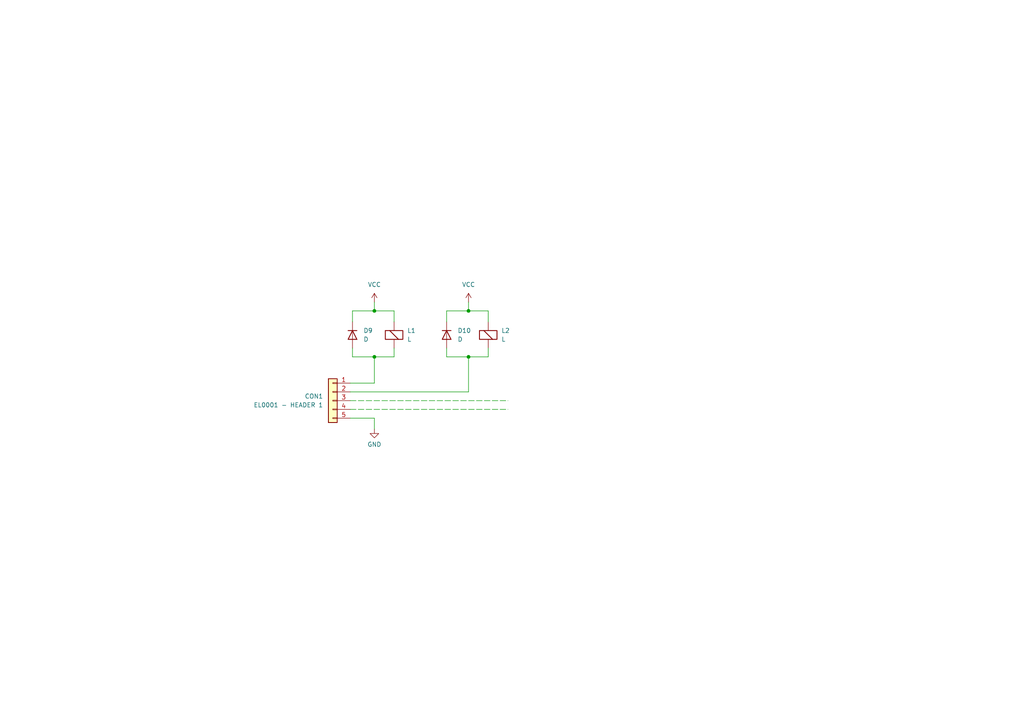
<source format=kicad_sch>
(kicad_sch (version 20231120) (generator "eeschema") (generator_version "8.0")
  (paper "A4")
  (lib_symbols
    (symbol "Connector_Generic:Conn_01x05" (pin_names (offset 1.016) hide)
      (property "Reference" "J" (at 0 7.62 0))
      (property "Value" "Conn_01x05" (at 0 -7.62 0))
      (symbol "Conn_01x05_1_1"
        (rectangle (start -1.27 -4.953) (end 0 -5.207) (stroke (width 0.1524)))
        (rectangle (start -1.27 -2.413) (end 0 -2.667) (stroke (width 0.1524)))
        (rectangle (start -1.27 0.127) (end 0 -0.127) (stroke (width 0.1524)))
        (rectangle (start -1.27 2.667) (end 0 2.413) (stroke (width 0.1524)))
        (rectangle (start -1.27 5.207) (end 0 4.953) (stroke (width 0.1524)))
        (rectangle (start -1.27 6.35) (end 1.27 -6.35) (stroke (width 0.254)) (fill (type background)))
        (pin passive line (at -5.08 5.08 0) (length 3.81) (name "Pin_1") (number "1"))
        (pin passive line (at -5.08 2.54 0) (length 3.81) (name "Pin_2") (number "2"))
        (pin passive line (at -5.08 0 0) (length 3.81) (name "Pin_3") (number "3"))
        (pin passive line (at -5.08 -2.54 0) (length 3.81) (name "Pin_4") (number "4"))
        (pin passive line (at -5.08 -5.08 0) (length 3.81) (name "Pin_5") (number "5"))
      )
    )
    (symbol "Device:D" (pin_numbers hide) (pin_names (offset 1.016) hide)
      (property "Reference" "D" (at 0 2.54 0))
      (property "Value" "D" (at 0 -2.54 0))
      (symbol "D_0_1"
        (polyline (pts (xy -1.27 1.27) (xy -1.27 -1.27)) (stroke (width 0.254)))
        (polyline (pts (xy 1.27 0) (xy -1.27 0)))
        (polyline (pts (xy 1.27 1.27) (xy 1.27 -1.27) (xy -1.27 0) (xy 1.27 1.27)) (stroke (width 0.254)))
      )
      (symbol "D_1_1"
        (pin passive line (at -3.81 0 0) (length 2.54) (name "K") (number "1"))
        (pin passive line (at 3.81 0 180) (length 2.54) (name "A") (number "2"))
      )
    )
    (symbol "Device:ElectromagneticActor" (pin_numbers hide) (pin_names (offset 0.0254) hide)
      (property "Reference" "L" (at 1.27 3.81 0))
      (property "Value" "ElectromagneticActor" (at 1.27 -1.27 0))
      (symbol "ElectromagneticActor_0_1"
        (rectangle (start -2.54 2.54) (end 2.54 0) (stroke (width 0.254)))
        (polyline (pts (xy -1.27 2.54) (xy 1.27 0)) (stroke (width 0.254)))
      )
      (symbol "ElectromagneticActor_1_1"
        (pin passive line (at 0 5.08 270) (length 2.54) (name "-") (number "1"))
        (pin passive line (at 0 -2.54 90) (length 2.54) (name "+") (number "2"))
      )
    )
    (symbol "power:GND" (power) (pin_names (offset 0))
      (property "Value" "GND" (at 0 -3.81 0))
      (symbol "GND_0_1"
        (polyline (pts (xy 0 0) (xy 0 -1.27) (xy 1.27 -1.27) (xy 0 -2.54) (xy -1.27 -1.27) (xy 0 -1.27)))
      )
      (symbol "GND_1_1"
        (pin power_in line (at 0 0 270) (length 0) hide (name "GND") (number "1"))
      )
    )
    (symbol "power:VCC" (power) (pin_names (offset 0))
      (property "Value" "VCC" (at 0 3.81 0))
      (symbol "VCC_0_1"
        (polyline (pts (xy -0.762 1.27) (xy 0 2.54)))
        (polyline (pts (xy 0 0) (xy 0 2.54)))
        (polyline (pts (xy 0 2.54) (xy 0.762 1.27)))
      )
      (symbol "VCC_1_1"
        (pin power_in line (at 0 0 90) (length 0) hide (name "VCC") (number "1"))
      )
    )
  )
  (junction (at 108.585 90.17))
  (junction (at 108.585 103.505))
  (junction (at 135.89 90.17))
  (junction (at 135.89 103.505))
  (wire (pts (xy 129.54 100.965) (xy 129.54 103.505)))
  (wire (pts (xy 108.585 121.285) (xy 108.585 124.46)))
  (wire (pts (xy 102.235 100.965) (xy 102.235 103.505)))
  (wire (pts (xy 101.6 116.205) (xy 147.32 116.205)) (stroke (width 0) (type dash)))
  (wire (pts (xy 114.3 90.17) (xy 114.3 93.345)))
  (wire (pts (xy 129.54 90.17) (xy 135.89 90.17)))
  (wire (pts (xy 129.54 93.345) (xy 129.54 90.17)))
  (wire (pts (xy 102.235 90.17) (xy 108.585 90.17)))
  (wire (pts (xy 129.54 103.505) (xy 135.89 103.505)))
  (wire (pts (xy 135.89 87.63) (xy 135.89 90.17)))
  (wire (pts (xy 108.585 90.17) (xy 114.3 90.17)))
  (wire (pts (xy 141.605 90.17) (xy 141.605 93.345)))
  (wire (pts (xy 114.3 103.505) (xy 114.3 100.965)))
  (wire (pts (xy 108.585 111.125) (xy 108.585 103.505)))
  (wire (pts (xy 108.585 103.505) (xy 114.3 103.505)))
  (wire (pts (xy 141.605 103.505) (xy 141.605 100.965)))
  (wire (pts (xy 101.6 118.745) (xy 147.32 118.745)) (stroke (width 0) (type dash)))
  (wire (pts (xy 135.89 113.665) (xy 135.89 103.505)))
  (wire (pts (xy 102.235 103.505) (xy 108.585 103.505)))
  (wire (pts (xy 135.89 103.505) (xy 141.605 103.505)))
  (wire (pts (xy 102.235 93.345) (xy 102.235 90.17)))
  (wire (pts (xy 135.89 90.17) (xy 141.605 90.17)))
  (wire (pts (xy 101.6 111.125) (xy 108.585 111.125)))
  (wire (pts (xy 101.6 121.285) (xy 108.585 121.285)))
  (wire (pts (xy 101.6 113.665) (xy 135.89 113.665)))
  (wire (pts (xy 108.585 87.63) (xy 108.585 90.17)))
  (symbol (lib_id "power:GND") (at 108.585 124.46 0) (unit 1)
    (property "Reference" "#PWR011" (effects (hide yes)))
    (property "Value" "GND" (at 108.585 128.905 0))
    (instances (project "sample-driver-interface" (path "" (reference "#PWR011") (unit 1)) (path "" (reference "#PWR01") (unit 1))))
  )
  (symbol (lib_id "Device:ElectromagneticActor") (at 114.3 98.425 0) (unit 1)
    (property "Reference" "L1" (at 118.11 95.885 0) (effects (justify left)))
    (property "Value" "L" (at 118.11 98.425 0) (effects (justify left)))
  )
  (symbol (lib_id "Device:D") (at 129.54 97.155 270) (unit 1)
    (property "Reference" "D10" (at 132.715 95.885 90) (effects (justify left)))
    (property "Value" "D" (at 132.715 98.425 90) (effects (justify left)))
  )
  (symbol (lib_id "Device:ElectromagneticActor") (at 141.605 98.425 0) (unit 1)
    (property "Reference" "L2" (at 145.415 95.885 0) (effects (justify left)))
    (property "Value" "L" (at 145.415 98.425 0) (effects (justify left)))
  )
  (symbol (lib_id "Connector_Generic:Conn_01x05") (at 96.52 116.205 0) (mirror y) (unit 1)
    (property "Reference" "CON1" (at 93.726 114.9349 0) (effects (justify left)))
    (property "Value" "EL0001 - HEADER 1" (at 93.726 117.4749 0) (effects (justify left)))
    (property "Footprint" "Connector_PinHeader_2.54mm:PinHeader_1x05_P2.54mm_Vertical" (effects (hide yes)))
    (instances (project "sample-driver-interface" (path "" (reference "CON1") (unit 1)) (path "" (reference "CON1") (unit 1))) (project "24-ch-relay-driver-kicad" (path "" (reference "J301") (unit 1))))
  )
  (symbol (lib_id "power:VCC") (at 135.89 87.63 0) (unit 1)
    (property "Reference" "#PWR03" (effects (hide yes)))
    (property "Value" "VCC" (at 135.89 82.55 0))
  )
  (symbol (lib_id "Device:D") (at 102.235 97.155 270) (unit 1)
    (property "Reference" "D9" (at 105.41 95.885 90) (effects (justify left)))
    (property "Value" "D" (at 105.41 98.425 90) (effects (justify left)))
  )
  (symbol (lib_id "power:VCC") (at 108.585 87.63 0) (unit 1)
    (property "Reference" "#PWR02" (effects (hide yes)))
    (property "Value" "VCC" (at 108.585 82.55 0))
  )
)
</source>
